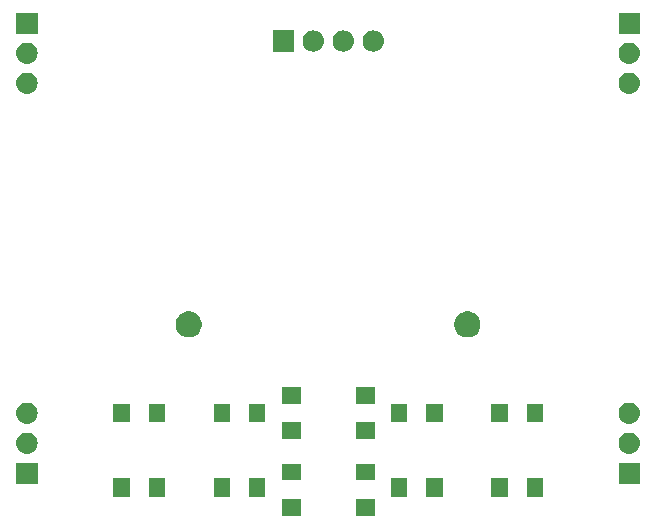
<source format=gbr>
%TF.GenerationSoftware,KiCad,Pcbnew,(5.0.2)-1*%
%TF.CreationDate,2020-07-31T10:54:53+02:00*%
%TF.ProjectId,Multimeter_Watch_DisplayBoard_V1,4d756c74-696d-4657-9465-725f57617463,rev?*%
%TF.SameCoordinates,Original*%
%TF.FileFunction,Soldermask,Top*%
%TF.FilePolarity,Negative*%
%FSLAX46Y46*%
G04 Gerber Fmt 4.6, Leading zero omitted, Abs format (unit mm)*
G04 Created by KiCad (PCBNEW (5.0.2)-1) date 31.7.2020 10:54:53*
%MOMM*%
%LPD*%
G01*
G04 APERTURE LIST*
%ADD10C,0.100000*%
G04 APERTURE END LIST*
D10*
G36*
X135500000Y-100700000D02*
X133900000Y-100700000D01*
X133900000Y-99300000D01*
X135500000Y-99300000D01*
X135500000Y-100700000D01*
X135500000Y-100700000D01*
G37*
G36*
X129200000Y-100700000D02*
X127600000Y-100700000D01*
X127600000Y-99300000D01*
X129200000Y-99300000D01*
X129200000Y-100700000D01*
X129200000Y-100700000D01*
G37*
G36*
X149700000Y-99100000D02*
X148300000Y-99100000D01*
X148300000Y-97500000D01*
X149700000Y-97500000D01*
X149700000Y-99100000D01*
X149700000Y-99100000D01*
G37*
G36*
X146700000Y-99100000D02*
X145300000Y-99100000D01*
X145300000Y-97500000D01*
X146700000Y-97500000D01*
X146700000Y-99100000D01*
X146700000Y-99100000D01*
G37*
G36*
X141200000Y-99100000D02*
X139800000Y-99100000D01*
X139800000Y-97500000D01*
X141200000Y-97500000D01*
X141200000Y-99100000D01*
X141200000Y-99100000D01*
G37*
G36*
X138200000Y-99100000D02*
X136800000Y-99100000D01*
X136800000Y-97500000D01*
X138200000Y-97500000D01*
X138200000Y-99100000D01*
X138200000Y-99100000D01*
G37*
G36*
X126200000Y-99100000D02*
X124800000Y-99100000D01*
X124800000Y-97500000D01*
X126200000Y-97500000D01*
X126200000Y-99100000D01*
X126200000Y-99100000D01*
G37*
G36*
X123200000Y-99100000D02*
X121800000Y-99100000D01*
X121800000Y-97500000D01*
X123200000Y-97500000D01*
X123200000Y-99100000D01*
X123200000Y-99100000D01*
G37*
G36*
X117700000Y-99100000D02*
X116300000Y-99100000D01*
X116300000Y-97500000D01*
X117700000Y-97500000D01*
X117700000Y-99100000D01*
X117700000Y-99100000D01*
G37*
G36*
X114700000Y-99100000D02*
X113300000Y-99100000D01*
X113300000Y-97500000D01*
X114700000Y-97500000D01*
X114700000Y-99100000D01*
X114700000Y-99100000D01*
G37*
G36*
X157900000Y-98000000D02*
X156100000Y-98000000D01*
X156100000Y-96200000D01*
X157900000Y-96200000D01*
X157900000Y-98000000D01*
X157900000Y-98000000D01*
G37*
G36*
X106900000Y-98000000D02*
X105100000Y-98000000D01*
X105100000Y-96200000D01*
X106900000Y-96200000D01*
X106900000Y-98000000D01*
X106900000Y-98000000D01*
G37*
G36*
X135500000Y-97700000D02*
X133900000Y-97700000D01*
X133900000Y-96300000D01*
X135500000Y-96300000D01*
X135500000Y-97700000D01*
X135500000Y-97700000D01*
G37*
G36*
X129200000Y-97700000D02*
X127600000Y-97700000D01*
X127600000Y-96300000D01*
X129200000Y-96300000D01*
X129200000Y-97700000D01*
X129200000Y-97700000D01*
G37*
G36*
X106176432Y-93673022D02*
X106346081Y-93724485D01*
X106502433Y-93808056D01*
X106639475Y-93920525D01*
X106751944Y-94057567D01*
X106835515Y-94213919D01*
X106886978Y-94383568D01*
X106904354Y-94560000D01*
X106886978Y-94736432D01*
X106835515Y-94906081D01*
X106751944Y-95062433D01*
X106639475Y-95199475D01*
X106502433Y-95311944D01*
X106346081Y-95395515D01*
X106176432Y-95446978D01*
X106044211Y-95460000D01*
X105955789Y-95460000D01*
X105823568Y-95446978D01*
X105653919Y-95395515D01*
X105497567Y-95311944D01*
X105360525Y-95199475D01*
X105248056Y-95062433D01*
X105164485Y-94906081D01*
X105113022Y-94736432D01*
X105095646Y-94560000D01*
X105113022Y-94383568D01*
X105164485Y-94213919D01*
X105248056Y-94057567D01*
X105360525Y-93920525D01*
X105497567Y-93808056D01*
X105653919Y-93724485D01*
X105823568Y-93673022D01*
X105955789Y-93660000D01*
X106044211Y-93660000D01*
X106176432Y-93673022D01*
X106176432Y-93673022D01*
G37*
G36*
X157176432Y-93673022D02*
X157346081Y-93724485D01*
X157502433Y-93808056D01*
X157639475Y-93920525D01*
X157751944Y-94057567D01*
X157835515Y-94213919D01*
X157886978Y-94383568D01*
X157904354Y-94560000D01*
X157886978Y-94736432D01*
X157835515Y-94906081D01*
X157751944Y-95062433D01*
X157639475Y-95199475D01*
X157502433Y-95311944D01*
X157346081Y-95395515D01*
X157176432Y-95446978D01*
X157044211Y-95460000D01*
X156955789Y-95460000D01*
X156823568Y-95446978D01*
X156653919Y-95395515D01*
X156497567Y-95311944D01*
X156360525Y-95199475D01*
X156248056Y-95062433D01*
X156164485Y-94906081D01*
X156113022Y-94736432D01*
X156095646Y-94560000D01*
X156113022Y-94383568D01*
X156164485Y-94213919D01*
X156248056Y-94057567D01*
X156360525Y-93920525D01*
X156497567Y-93808056D01*
X156653919Y-93724485D01*
X156823568Y-93673022D01*
X156955789Y-93660000D01*
X157044211Y-93660000D01*
X157176432Y-93673022D01*
X157176432Y-93673022D01*
G37*
G36*
X135500000Y-94200000D02*
X133900000Y-94200000D01*
X133900000Y-92800000D01*
X135500000Y-92800000D01*
X135500000Y-94200000D01*
X135500000Y-94200000D01*
G37*
G36*
X129200000Y-94200000D02*
X127600000Y-94200000D01*
X127600000Y-92800000D01*
X129200000Y-92800000D01*
X129200000Y-94200000D01*
X129200000Y-94200000D01*
G37*
G36*
X106176432Y-91133022D02*
X106346081Y-91184485D01*
X106502433Y-91268056D01*
X106639475Y-91380525D01*
X106751944Y-91517567D01*
X106835515Y-91673919D01*
X106886978Y-91843568D01*
X106904354Y-92020000D01*
X106886978Y-92196432D01*
X106835515Y-92366081D01*
X106751944Y-92522433D01*
X106639475Y-92659475D01*
X106502433Y-92771944D01*
X106346081Y-92855515D01*
X106176432Y-92906978D01*
X106044211Y-92920000D01*
X105955789Y-92920000D01*
X105823568Y-92906978D01*
X105653919Y-92855515D01*
X105497567Y-92771944D01*
X105360525Y-92659475D01*
X105248056Y-92522433D01*
X105164485Y-92366081D01*
X105113022Y-92196432D01*
X105095646Y-92020000D01*
X105113022Y-91843568D01*
X105164485Y-91673919D01*
X105248056Y-91517567D01*
X105360525Y-91380525D01*
X105497567Y-91268056D01*
X105653919Y-91184485D01*
X105823568Y-91133022D01*
X105955789Y-91120000D01*
X106044211Y-91120000D01*
X106176432Y-91133022D01*
X106176432Y-91133022D01*
G37*
G36*
X157176432Y-91133022D02*
X157346081Y-91184485D01*
X157502433Y-91268056D01*
X157639475Y-91380525D01*
X157751944Y-91517567D01*
X157835515Y-91673919D01*
X157886978Y-91843568D01*
X157904354Y-92020000D01*
X157886978Y-92196432D01*
X157835515Y-92366081D01*
X157751944Y-92522433D01*
X157639475Y-92659475D01*
X157502433Y-92771944D01*
X157346081Y-92855515D01*
X157176432Y-92906978D01*
X157044211Y-92920000D01*
X156955789Y-92920000D01*
X156823568Y-92906978D01*
X156653919Y-92855515D01*
X156497567Y-92771944D01*
X156360525Y-92659475D01*
X156248056Y-92522433D01*
X156164485Y-92366081D01*
X156113022Y-92196432D01*
X156095646Y-92020000D01*
X156113022Y-91843568D01*
X156164485Y-91673919D01*
X156248056Y-91517567D01*
X156360525Y-91380525D01*
X156497567Y-91268056D01*
X156653919Y-91184485D01*
X156823568Y-91133022D01*
X156955789Y-91120000D01*
X157044211Y-91120000D01*
X157176432Y-91133022D01*
X157176432Y-91133022D01*
G37*
G36*
X146700000Y-92800000D02*
X145300000Y-92800000D01*
X145300000Y-91200000D01*
X146700000Y-91200000D01*
X146700000Y-92800000D01*
X146700000Y-92800000D01*
G37*
G36*
X138200000Y-92800000D02*
X136800000Y-92800000D01*
X136800000Y-91200000D01*
X138200000Y-91200000D01*
X138200000Y-92800000D01*
X138200000Y-92800000D01*
G37*
G36*
X149700000Y-92800000D02*
X148300000Y-92800000D01*
X148300000Y-91200000D01*
X149700000Y-91200000D01*
X149700000Y-92800000D01*
X149700000Y-92800000D01*
G37*
G36*
X141200000Y-92800000D02*
X139800000Y-92800000D01*
X139800000Y-91200000D01*
X141200000Y-91200000D01*
X141200000Y-92800000D01*
X141200000Y-92800000D01*
G37*
G36*
X117700000Y-92800000D02*
X116300000Y-92800000D01*
X116300000Y-91200000D01*
X117700000Y-91200000D01*
X117700000Y-92800000D01*
X117700000Y-92800000D01*
G37*
G36*
X126200000Y-92800000D02*
X124800000Y-92800000D01*
X124800000Y-91200000D01*
X126200000Y-91200000D01*
X126200000Y-92800000D01*
X126200000Y-92800000D01*
G37*
G36*
X123200000Y-92800000D02*
X121800000Y-92800000D01*
X121800000Y-91200000D01*
X123200000Y-91200000D01*
X123200000Y-92800000D01*
X123200000Y-92800000D01*
G37*
G36*
X114700000Y-92800000D02*
X113300000Y-92800000D01*
X113300000Y-91200000D01*
X114700000Y-91200000D01*
X114700000Y-92800000D01*
X114700000Y-92800000D01*
G37*
G36*
X135500000Y-91200000D02*
X133900000Y-91200000D01*
X133900000Y-89800000D01*
X135500000Y-89800000D01*
X135500000Y-91200000D01*
X135500000Y-91200000D01*
G37*
G36*
X129200000Y-91200000D02*
X127600000Y-91200000D01*
X127600000Y-89800000D01*
X129200000Y-89800000D01*
X129200000Y-91200000D01*
X129200000Y-91200000D01*
G37*
G36*
X120020857Y-83442272D02*
X120221042Y-83525191D01*
X120401213Y-83645578D01*
X120554422Y-83798787D01*
X120674809Y-83978958D01*
X120757728Y-84179143D01*
X120800000Y-84391658D01*
X120800000Y-84608342D01*
X120757728Y-84820857D01*
X120674809Y-85021042D01*
X120554422Y-85201213D01*
X120401213Y-85354422D01*
X120221042Y-85474809D01*
X120020857Y-85557728D01*
X119808342Y-85600000D01*
X119591658Y-85600000D01*
X119379143Y-85557728D01*
X119178958Y-85474809D01*
X118998787Y-85354422D01*
X118845578Y-85201213D01*
X118725191Y-85021042D01*
X118642272Y-84820857D01*
X118600000Y-84608342D01*
X118600000Y-84391658D01*
X118642272Y-84179143D01*
X118725191Y-83978958D01*
X118845578Y-83798787D01*
X118998787Y-83645578D01*
X119178958Y-83525191D01*
X119379143Y-83442272D01*
X119591658Y-83400000D01*
X119808342Y-83400000D01*
X120020857Y-83442272D01*
X120020857Y-83442272D01*
G37*
G36*
X143620857Y-83442272D02*
X143821042Y-83525191D01*
X144001213Y-83645578D01*
X144154422Y-83798787D01*
X144274809Y-83978958D01*
X144357728Y-84179143D01*
X144400000Y-84391658D01*
X144400000Y-84608342D01*
X144357728Y-84820857D01*
X144274809Y-85021042D01*
X144154422Y-85201213D01*
X144001213Y-85354422D01*
X143821042Y-85474809D01*
X143620857Y-85557728D01*
X143408342Y-85600000D01*
X143191658Y-85600000D01*
X142979143Y-85557728D01*
X142778958Y-85474809D01*
X142598787Y-85354422D01*
X142445578Y-85201213D01*
X142325191Y-85021042D01*
X142242272Y-84820857D01*
X142200000Y-84608342D01*
X142200000Y-84391658D01*
X142242272Y-84179143D01*
X142325191Y-83978958D01*
X142445578Y-83798787D01*
X142598787Y-83645578D01*
X142778958Y-83525191D01*
X142979143Y-83442272D01*
X143191658Y-83400000D01*
X143408342Y-83400000D01*
X143620857Y-83442272D01*
X143620857Y-83442272D01*
G37*
G36*
X106176432Y-63193022D02*
X106346081Y-63244485D01*
X106502433Y-63328056D01*
X106639475Y-63440525D01*
X106751944Y-63577567D01*
X106835515Y-63733919D01*
X106886978Y-63903568D01*
X106904354Y-64080000D01*
X106886978Y-64256432D01*
X106835515Y-64426081D01*
X106751944Y-64582433D01*
X106639475Y-64719475D01*
X106502433Y-64831944D01*
X106346081Y-64915515D01*
X106176432Y-64966978D01*
X106044211Y-64980000D01*
X105955789Y-64980000D01*
X105823568Y-64966978D01*
X105653919Y-64915515D01*
X105497567Y-64831944D01*
X105360525Y-64719475D01*
X105248056Y-64582433D01*
X105164485Y-64426081D01*
X105113022Y-64256432D01*
X105095646Y-64080000D01*
X105113022Y-63903568D01*
X105164485Y-63733919D01*
X105248056Y-63577567D01*
X105360525Y-63440525D01*
X105497567Y-63328056D01*
X105653919Y-63244485D01*
X105823568Y-63193022D01*
X105955789Y-63180000D01*
X106044211Y-63180000D01*
X106176432Y-63193022D01*
X106176432Y-63193022D01*
G37*
G36*
X157176432Y-63193022D02*
X157346081Y-63244485D01*
X157502433Y-63328056D01*
X157639475Y-63440525D01*
X157751944Y-63577567D01*
X157835515Y-63733919D01*
X157886978Y-63903568D01*
X157904354Y-64080000D01*
X157886978Y-64256432D01*
X157835515Y-64426081D01*
X157751944Y-64582433D01*
X157639475Y-64719475D01*
X157502433Y-64831944D01*
X157346081Y-64915515D01*
X157176432Y-64966978D01*
X157044211Y-64980000D01*
X156955789Y-64980000D01*
X156823568Y-64966978D01*
X156653919Y-64915515D01*
X156497567Y-64831944D01*
X156360525Y-64719475D01*
X156248056Y-64582433D01*
X156164485Y-64426081D01*
X156113022Y-64256432D01*
X156095646Y-64080000D01*
X156113022Y-63903568D01*
X156164485Y-63733919D01*
X156248056Y-63577567D01*
X156360525Y-63440525D01*
X156497567Y-63328056D01*
X156653919Y-63244485D01*
X156823568Y-63193022D01*
X156955789Y-63180000D01*
X157044211Y-63180000D01*
X157176432Y-63193022D01*
X157176432Y-63193022D01*
G37*
G36*
X157176432Y-60653022D02*
X157346081Y-60704485D01*
X157502433Y-60788056D01*
X157639475Y-60900525D01*
X157751944Y-61037567D01*
X157835515Y-61193919D01*
X157886978Y-61363568D01*
X157904354Y-61540000D01*
X157886978Y-61716432D01*
X157835515Y-61886081D01*
X157751944Y-62042433D01*
X157639475Y-62179475D01*
X157502433Y-62291944D01*
X157346081Y-62375515D01*
X157176432Y-62426978D01*
X157044211Y-62440000D01*
X156955789Y-62440000D01*
X156823568Y-62426978D01*
X156653919Y-62375515D01*
X156497567Y-62291944D01*
X156360525Y-62179475D01*
X156248056Y-62042433D01*
X156164485Y-61886081D01*
X156113022Y-61716432D01*
X156095646Y-61540000D01*
X156113022Y-61363568D01*
X156164485Y-61193919D01*
X156248056Y-61037567D01*
X156360525Y-60900525D01*
X156497567Y-60788056D01*
X156653919Y-60704485D01*
X156823568Y-60653022D01*
X156955789Y-60640000D01*
X157044211Y-60640000D01*
X157176432Y-60653022D01*
X157176432Y-60653022D01*
G37*
G36*
X106176432Y-60653022D02*
X106346081Y-60704485D01*
X106502433Y-60788056D01*
X106639475Y-60900525D01*
X106751944Y-61037567D01*
X106835515Y-61193919D01*
X106886978Y-61363568D01*
X106904354Y-61540000D01*
X106886978Y-61716432D01*
X106835515Y-61886081D01*
X106751944Y-62042433D01*
X106639475Y-62179475D01*
X106502433Y-62291944D01*
X106346081Y-62375515D01*
X106176432Y-62426978D01*
X106044211Y-62440000D01*
X105955789Y-62440000D01*
X105823568Y-62426978D01*
X105653919Y-62375515D01*
X105497567Y-62291944D01*
X105360525Y-62179475D01*
X105248056Y-62042433D01*
X105164485Y-61886081D01*
X105113022Y-61716432D01*
X105095646Y-61540000D01*
X105113022Y-61363568D01*
X105164485Y-61193919D01*
X105248056Y-61037567D01*
X105360525Y-60900525D01*
X105497567Y-60788056D01*
X105653919Y-60704485D01*
X105823568Y-60653022D01*
X105955789Y-60640000D01*
X106044211Y-60640000D01*
X106176432Y-60653022D01*
X106176432Y-60653022D01*
G37*
G36*
X132956432Y-59613022D02*
X133126081Y-59664485D01*
X133282433Y-59748056D01*
X133419475Y-59860525D01*
X133531944Y-59997567D01*
X133615515Y-60153919D01*
X133666978Y-60323568D01*
X133684354Y-60500000D01*
X133666978Y-60676432D01*
X133615515Y-60846081D01*
X133531944Y-61002433D01*
X133419475Y-61139475D01*
X133282433Y-61251944D01*
X133126081Y-61335515D01*
X132956432Y-61386978D01*
X132824211Y-61400000D01*
X132735789Y-61400000D01*
X132603568Y-61386978D01*
X132433919Y-61335515D01*
X132277567Y-61251944D01*
X132140525Y-61139475D01*
X132028056Y-61002433D01*
X131944485Y-60846081D01*
X131893022Y-60676432D01*
X131875646Y-60500000D01*
X131893022Y-60323568D01*
X131944485Y-60153919D01*
X132028056Y-59997567D01*
X132140525Y-59860525D01*
X132277567Y-59748056D01*
X132433919Y-59664485D01*
X132603568Y-59613022D01*
X132735789Y-59600000D01*
X132824211Y-59600000D01*
X132956432Y-59613022D01*
X132956432Y-59613022D01*
G37*
G36*
X130416432Y-59613022D02*
X130586081Y-59664485D01*
X130742433Y-59748056D01*
X130879475Y-59860525D01*
X130991944Y-59997567D01*
X131075515Y-60153919D01*
X131126978Y-60323568D01*
X131144354Y-60500000D01*
X131126978Y-60676432D01*
X131075515Y-60846081D01*
X130991944Y-61002433D01*
X130879475Y-61139475D01*
X130742433Y-61251944D01*
X130586081Y-61335515D01*
X130416432Y-61386978D01*
X130284211Y-61400000D01*
X130195789Y-61400000D01*
X130063568Y-61386978D01*
X129893919Y-61335515D01*
X129737567Y-61251944D01*
X129600525Y-61139475D01*
X129488056Y-61002433D01*
X129404485Y-60846081D01*
X129353022Y-60676432D01*
X129335646Y-60500000D01*
X129353022Y-60323568D01*
X129404485Y-60153919D01*
X129488056Y-59997567D01*
X129600525Y-59860525D01*
X129737567Y-59748056D01*
X129893919Y-59664485D01*
X130063568Y-59613022D01*
X130195789Y-59600000D01*
X130284211Y-59600000D01*
X130416432Y-59613022D01*
X130416432Y-59613022D01*
G37*
G36*
X128600000Y-61400000D02*
X126800000Y-61400000D01*
X126800000Y-59600000D01*
X128600000Y-59600000D01*
X128600000Y-61400000D01*
X128600000Y-61400000D01*
G37*
G36*
X135496432Y-59613022D02*
X135666081Y-59664485D01*
X135822433Y-59748056D01*
X135959475Y-59860525D01*
X136071944Y-59997567D01*
X136155515Y-60153919D01*
X136206978Y-60323568D01*
X136224354Y-60500000D01*
X136206978Y-60676432D01*
X136155515Y-60846081D01*
X136071944Y-61002433D01*
X135959475Y-61139475D01*
X135822433Y-61251944D01*
X135666081Y-61335515D01*
X135496432Y-61386978D01*
X135364211Y-61400000D01*
X135275789Y-61400000D01*
X135143568Y-61386978D01*
X134973919Y-61335515D01*
X134817567Y-61251944D01*
X134680525Y-61139475D01*
X134568056Y-61002433D01*
X134484485Y-60846081D01*
X134433022Y-60676432D01*
X134415646Y-60500000D01*
X134433022Y-60323568D01*
X134484485Y-60153919D01*
X134568056Y-59997567D01*
X134680525Y-59860525D01*
X134817567Y-59748056D01*
X134973919Y-59664485D01*
X135143568Y-59613022D01*
X135275789Y-59600000D01*
X135364211Y-59600000D01*
X135496432Y-59613022D01*
X135496432Y-59613022D01*
G37*
G36*
X106900000Y-59900000D02*
X105100000Y-59900000D01*
X105100000Y-58100000D01*
X106900000Y-58100000D01*
X106900000Y-59900000D01*
X106900000Y-59900000D01*
G37*
G36*
X157900000Y-59900000D02*
X156100000Y-59900000D01*
X156100000Y-58100000D01*
X157900000Y-58100000D01*
X157900000Y-59900000D01*
X157900000Y-59900000D01*
G37*
M02*

</source>
